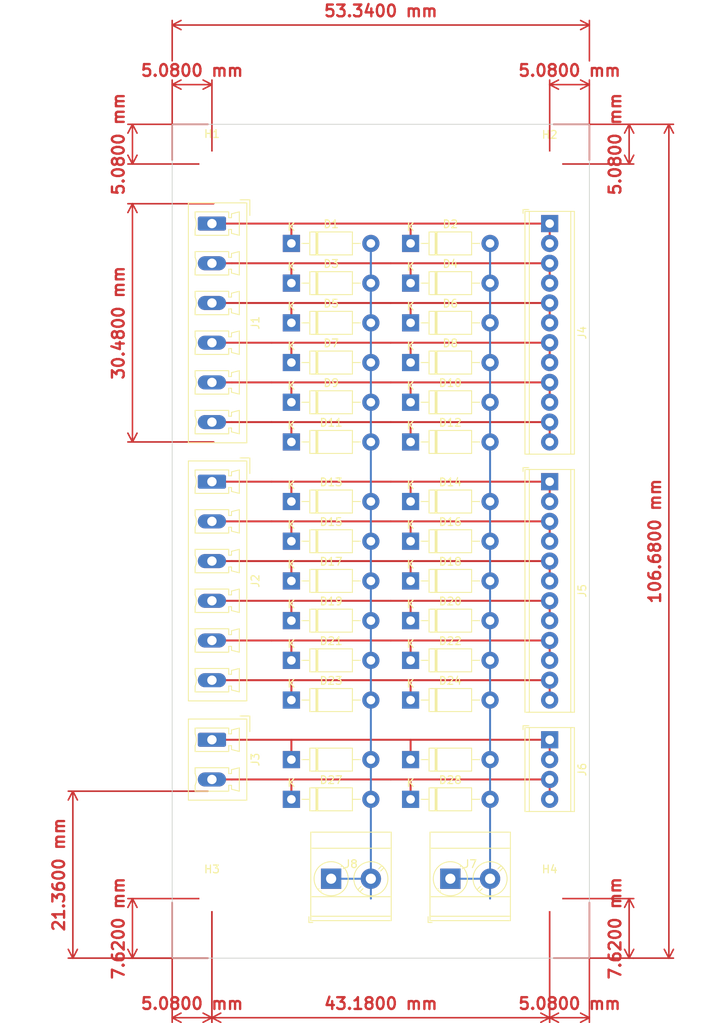
<source format=kicad_pcb>
(kicad_pcb (version 20221018) (generator pcbnew)
  (layers (0 "F.Cu" signal) (31 "B.Cu" signal) (34 "B.Paste" user) (35 "F.Paste" user) (36 "B.SilkS" user "B.Silkscreen") (37 "F.SilkS" user "F.Silkscreen") (38 "B.Mask" user) (39 "F.Mask" user) (44 "Edge.Cuts" user))
  (net 0 "")
  (net 1 "Net-(D1-K)")
  (net 2 "Net-(D1-A)")
  (net 3 "Net-(D3-K)")
  (net 4 "Net-(D5-K)")
  (net 5 "Net-(D7-K)")
  (net 6 "Net-(D19-K)")
  (net 7 "Net-(D10-K)")
  (net 8 "Net-(D11-K)")
  (net 9 "Net-(D13-K)")
  (net 10 "Net-(D15-K)")
  (net 11 "Net-(D17-K)")
  (net 12 "Net-(D10-A)")
  (net 13 "Net-(D21-K)")
  (net 14 "Net-(D23-K)")
  (net 15 "Net-(D25-K)")
  (net 16 "Net-(D27-K)")
  (footprint "Diode_THT:D_DO-41_SOD81_P10.16mm_Horizontal" (layer "F.Cu") (at 119.38 73.66)
    (fp_text reference "D9" (at 5.08 -2.47) (layer "F.SilkS"))
    (fp_text value "1N4007")
    (fp_text user "K" (at 0 -2.1) (layer "F.SilkS"))
    (pad "1" thru_hole rect (at 0 0) (size 2.2 2.2) (drill 1.1) (layers "*.Cu" "*.Mask") (net 7 "Net-(D10-K)"))
    (pad "2" thru_hole oval (at 10.16 0) (size 2.2 2.2) (drill 1.1) (layers "*.Cu" "*.Mask") (net 2 "Net-(D1-A)"))
  )
  (footprint "Diode_THT:D_DO-41_SOD81_P10.16mm_Horizontal" (layer "F.Cu") (at 134.62 53.34)
    (fp_text reference "D2" (at 5.08 -2.47) (layer "F.SilkS"))
    (fp_text value "1N4007")
    (fp_text user "K" (at 0 -2.1) (layer "F.SilkS"))
    (pad "1" thru_hole rect (at 0 0) (size 2.2 2.2) (drill 1.1) (layers "*.Cu" "*.Mask") (net 1 "Net-(D1-K)"))
    (pad "2" thru_hole oval (at 10.16 0) (size 2.2 2.2) (drill 1.1) (layers "*.Cu" "*.Mask") (net 12 "Net-(D10-A)"))
  )
  (footprint "Diode_THT:D_DO-41_SOD81_P10.16mm_Horizontal" (layer "F.Cu") (at 119.38 78.74)
    (fp_text reference "D11" (at 5.08 -2.47) (layer "F.SilkS"))
    (fp_text value "1N4007")
    (fp_text user "K" (at 0 -2.1) (layer "F.SilkS"))
    (pad "1" thru_hole rect (at 0 0) (size 2.2 2.2) (drill 1.1) (layers "*.Cu" "*.Mask") (net 8 "Net-(D11-K)"))
    (pad "2" thru_hole oval (at 10.16 0) (size 2.2 2.2) (drill 1.1) (layers "*.Cu" "*.Mask") (net 2 "Net-(D1-A)"))
  )
  (footprint "TerminalBlock_Phoenix:TerminalBlock_Phoenix_MPT-0,5-4-2.54_1x04_P2.54mm_Horizontal" (layer "F.Cu") (at 152.4 116.84 -90)
    (fp_text reference "J6" (at 3.81 -4.16 90) (layer "F.SilkS"))
    (fp_text value "Screw_Terminal_01x04")
    (pad "1" thru_hole rect (at 0 0 270) (size 2.2 2.2) (drill 1.1) (layers "*.Cu" "*.Mask") (net 15 "Net-(D25-K)"))
    (pad "2" thru_hole circle (at 2.54 0 270) (size 2.2 2.2) (drill 1.1) (layers "*.Cu" "*.Mask") (net 15 "Net-(D25-K)"))
    (pad "3" thru_hole circle (at 5.08 0 270) (size 2.2 2.2) (drill 1.1) (layers "*.Cu" "*.Mask") (net 16 "Net-(D27-K)"))
    (pad "4" thru_hole circle (at 7.62 0 270) (size 2.2 2.2) (drill 1.1) (layers "*.Cu" "*.Mask") (net 16 "Net-(D27-K)"))
  )
  (footprint "Diode_THT:D_DO-41_SOD81_P10.16mm_Horizontal" (layer "F.Cu") (at 134.62 91.44)
    (fp_text reference "D16" (at 5.08 -2.47) (layer "F.SilkS"))
    (fp_text value "1N4007")
    (fp_text user "K" (at 0 -2.1) (layer "F.SilkS"))
    (pad "1" thru_hole rect (at 0 0) (size 2.2 2.2) (drill 1.1) (layers "*.Cu" "*.Mask") (net 10 "Net-(D15-K)"))
    (pad "2" thru_hole oval (at 10.16 0) (size 2.2 2.2) (drill 1.1) (layers "*.Cu" "*.Mask") (net 12 "Net-(D10-A)"))
  )
  (footprint "TerminalBlock_Phoenix:TerminalBlock_Phoenix_MKDS-3-2-5.08_1x02_P5.08mm_Horizontal" (layer "F.Cu") (at 139.7 134.62)
    (fp_text reference "J7" (at 2.54 -1.88) (layer "F.SilkS"))
    (fp_text value "Screw_Terminal_01x02")
    (pad "1" thru_hole rect (at 0 0) (size 2.6 2.6) (drill 1.3) (layers "*.Cu" "*.Mask") (net 12 "Net-(D10-A)"))
    (pad "2" thru_hole circle (at 5.08 0) (size 2.6 2.6) (drill 1.3) (layers "*.Cu" "*.Mask") (net 12 "Net-(D10-A)"))
  )
  (footprint "Diode_THT:D_DO-41_SOD81_P10.16mm_Horizontal" (layer "F.Cu") (at 119.38 111.76)
    (fp_text reference "D23" (at 5.08 -2.47) (layer "F.SilkS"))
    (fp_text value "1N4007")
    (fp_text user "K" (at 0 -2.1) (layer "F.SilkS"))
    (pad "1" thru_hole rect (at 0 0) (size 2.2 2.2) (drill 1.1) (layers "*.Cu" "*.Mask") (net 14 "Net-(D23-K)"))
    (pad "2" thru_hole oval (at 10.16 0) (size 2.2 2.2) (drill 1.1) (layers "*.Cu" "*.Mask") (net 2 "Net-(D1-A)"))
  )
  (footprint "Diode_THT:D_DO-41_SOD81_P10.16mm_Horizontal" (layer "F.Cu") (at 134.62 124.46)
    (fp_text reference "D28" (at 5.08 -2.47) (layer "F.SilkS"))
    (fp_text value "1N4007")
    (fp_text user "K" (at 0 -2.1) (layer "F.SilkS"))
    (pad "1" thru_hole rect (at 0 0) (size 2.2 2.2) (drill 1.1) (layers "*.Cu" "*.Mask") (net 16 "Net-(D27-K)"))
    (pad "2" thru_hole oval (at 10.16 0) (size 2.2 2.2) (drill 1.1) (layers "*.Cu" "*.Mask") (net 12 "Net-(D10-A)"))
  )
  (footprint "MountingHole:MountingHole_3.2mm_M3_ISO14580" (layer "F.Cu") (at 152.4 137.16)
    (fp_text reference "H4" (at 0 -3.75) (layer "F.SilkS"))
    (fp_text value "MountingHole")
    (pad "" np_thru_hole circle (at 0 0) (size 3.2 3.2) (drill 3.2) (layers "*.Cu" "*.Mask"))
  )
  (footprint "Diode_THT:D_DO-41_SOD81_P10.16mm_Horizontal" (layer "F.Cu") (at 134.62 73.66)
    (fp_text reference "D10" (at 5.08 -2.47) (layer "F.SilkS"))
    (fp_text value "1N4007")
    (fp_text user "K" (at 0 -2.1) (layer "F.SilkS"))
    (pad "1" thru_hole rect (at 0 0) (size 2.2 2.2) (drill 1.1) (layers "*.Cu" "*.Mask") (net 7 "Net-(D10-K)"))
    (pad "2" thru_hole oval (at 10.16 0) (size 2.2 2.2) (drill 1.1) (layers "*.Cu" "*.Mask") (net 12 "Net-(D10-A)"))
  )
  (footprint "Diode_THT:D_DO-41_SOD81_P10.16mm_Horizontal" (layer "F.Cu") (at 134.62 119.38)
    (fp_text reference "D26" hide)
    (fp_text value "1N4007")
    (pad "1" thru_hole rect (at 0 0) (size 2.2 2.2) (drill 1.1) (layers "*.Cu" "*.Mask") (net 15 "Net-(D25-K)"))
    (pad "2" thru_hole oval (at 10.16 0) (size 2.2 2.2) (drill 1.1) (layers "*.Cu" "*.Mask") (net 12 "Net-(D10-A)"))
  )
  (footprint "Connector_Phoenix_MC_HighVoltage:PhoenixContact_MCV_1,5_2-G-5.08_1x02_P5.08mm_Vertical" (layer "F.Cu") (at 109.22 116.84 -90)
    (fp_text reference "J3" (at 2.54 -5.55 90) (layer "F.SilkS"))
    (fp_text value "Screw_Terminal_01x02")
    (pad "1" thru_hole roundrect (at 0 0 270) (size 1.8 3.6) (drill 1.2) (layers "*.Cu" "*.Mask") (roundrect_rratio 0.1388888889) (net 15 "Net-(D25-K)"))
    (pad "2" thru_hole oval (at 5.08 0 270) (size 1.8 3.6) (drill 1.2) (layers "*.Cu" "*.Mask") (net 16 "Net-(D27-K)"))
  )
  (footprint "Diode_THT:D_DO-41_SOD81_P10.16mm_Horizontal" (layer "F.Cu") (at 134.62 78.74)
    (fp_text reference "D12" (at 5.08 -2.47) (layer "F.SilkS"))
    (fp_text value "1N4007")
    (fp_text user "K" (at 0 -2.1) (layer "F.SilkS"))
    (pad "1" thru_hole rect (at 0 0) (size 2.2 2.2) (drill 1.1) (layers "*.Cu" "*.Mask") (net 8 "Net-(D11-K)"))
    (pad "2" thru_hole oval (at 10.16 0) (size 2.2 2.2) (drill 1.1) (layers "*.Cu" "*.Mask") (net 12 "Net-(D10-A)"))
  )
  (footprint "Diode_THT:D_DO-41_SOD81_P10.16mm_Horizontal" (layer "F.Cu") (at 134.62 96.52)
    (fp_text reference "D18" (at 5.08 -2.47) (layer "F.SilkS"))
    (fp_text value "1N4007")
    (fp_text user "K" (at 0 -2.1) (layer "F.SilkS"))
    (pad "1" thru_hole rect (at 0 0) (size 2.2 2.2) (drill 1.1) (layers "*.Cu" "*.Mask") (net 11 "Net-(D17-K)"))
    (pad "2" thru_hole oval (at 10.16 0) (size 2.2 2.2) (drill 1.1) (layers "*.Cu" "*.Mask") (net 12 "Net-(D10-A)"))
  )
  (footprint "Diode_THT:D_DO-41_SOD81_P10.16mm_Horizontal" (layer "F.Cu") (at 119.38 68.58)
    (fp_text reference "D7" (at 5.08 -2.47) (layer "F.SilkS"))
    (fp_text value "1N4007")
    (fp_text user "K" (at 0 -2.1) (layer "F.SilkS"))
    (pad "1" thru_hole rect (at 0 0) (size 2.2 2.2) (drill 1.1) (layers "*.Cu" "*.Mask") (net 5 "Net-(D7-K)"))
    (pad "2" thru_hole oval (at 10.16 0) (size 2.2 2.2) (drill 1.1) (layers "*.Cu" "*.Mask") (net 2 "Net-(D1-A)"))
  )
  (footprint "Diode_THT:D_DO-41_SOD81_P10.16mm_Horizontal" (layer "F.Cu") (at 119.38 101.6)
    (fp_text reference "D19" (at 5.08 -2.47) (layer "F.SilkS"))
    (fp_text value "1N4007")
    (fp_text user "K" (at 0 -2.1) (layer "F.SilkS"))
    (pad "1" thru_hole rect (at 0 0) (size 2.2 2.2) (drill 1.1) (layers "*.Cu" "*.Mask") (net 6 "Net-(D19-K)"))
    (pad "2" thru_hole oval (at 10.16 0) (size 2.2 2.2) (drill 1.1) (layers "*.Cu" "*.Mask") (net 2 "Net-(D1-A)"))
  )
  (footprint "MountingHole:MountingHole_3.2mm_M3_ISO7380" (layer "F.Cu") (at 109.22 43.18)
    (fp_text reference "H1" (at 0 -3.85) (layer "F.SilkS"))
    (fp_text value "MountingHole")
    (pad "" np_thru_hole circle (at 0 0) (size 3.2 3.2) (drill 3.2) (layers "*.Cu" "*.Mask"))
  )
  (footprint "Connector_Phoenix_MC_HighVoltage:PhoenixContact_MCV_1,5_6-G-5.08_1x06_P5.08mm_Vertical" (layer "F.Cu") (at 109.22 83.82 -90)
    (fp_text reference "J2" (at 12.7 -5.55 90) (layer "F.SilkS"))
    (fp_text value "Screw_Terminal_01x06")
    (pad "1" thru_hole roundrect (at 0 0 270) (size 1.8 3.6) (drill 1.2) (layers "*.Cu" "*.Mask") (roundrect_rratio 0.1388888889) (net 9 "Net-(D13-K)"))
    (pad "2" thru_hole oval (at 5.08 0 270) (size 1.8 3.6) (drill 1.2) (layers "*.Cu" "*.Mask") (net 10 "Net-(D15-K)"))
    (pad "3" thru_hole oval (at 10.16 0 270) (size 1.8 3.6) (drill 1.2) (layers "*.Cu" "*.Mask") (net 11 "Net-(D17-K)"))
    (pad "4" thru_hole oval (at 15.24 0 270) (size 1.8 3.6) (drill 1.2) (layers "*.Cu" "*.Mask") (net 6 "Net-(D19-K)"))
    (pad "5" thru_hole oval (at 20.32 0 270) (size 1.8 3.6) (drill 1.2) (layers "*.Cu" "*.Mask") (net 13 "Net-(D21-K)"))
    (pad "6" thru_hole oval (at 25.4 0 270) (size 1.8 3.6) (drill 1.2) (layers "*.Cu" "*.Mask") (net 14 "Net-(D23-K)"))
  )
  (footprint "TerminalBlock_Phoenix:TerminalBlock_Phoenix_MPT-0,5-12-2.54_1x12_P2.54mm_Horizontal" (layer "F.Cu") (at 152.4 83.82 -90)
    (fp_text reference "J5" (at 13.97 -4.16 90) (layer "F.SilkS"))
    (fp_text value "Screw_Terminal_01x12")
    (pad "1" thru_hole rect (at 0 0 270) (size 2.2 2.2) (drill 1.1) (layers "*.Cu" "*.Mask") (net 9 "Net-(D13-K)"))
    (pad "2" thru_hole circle (at 2.54 0 270) (size 2.2 2.2) (drill 1.1) (layers "*.Cu" "*.Mask") (net 9 "Net-(D13-K)"))
    (pad "3" thru_hole circle (at 5.08 0 270) (size 2.2 2.2) (drill 1.1) (layers "*.Cu" "*.Mask") (net 10 "Net-(D15-K)"))
    (pad "4" thru_hole circle (at 7.62 0 270) (size 2.2 2.2) (drill 1.1) (layers "*.Cu" "*.Mask") (net 10 "Net-(D15-K)"))
    (pad "5" thru_hole circle (at 10.16 0 270) (size 2.2 2.2) (drill 1.1) (layers "*.Cu" "*.Mask") (net 11 "Net-(D17-K)"))
    (pad "6" thru_hole circle (at 12.7 0 270) (size 2.2 2.2) (drill 1.1) (layers "*.Cu" "*.Mask") (net 11 "Net-(D17-K)"))
    (pad "7" thru_hole circle (at 15.24 0 270) (size 2.2 2.2) (drill 1.1) (layers "*.Cu" "*.Mask") (net 6 "Net-(D19-K)"))
    (pad "8" thru_hole circle (at 17.78 0 270) (size 2.2 2.2) (drill 1.1) (layers "*.Cu" "*.Mask") (net 6 "Net-(D19-K)"))
    (pad "9" thru_hole circle (at 20.32 0 270) (size 2.2 2.2) (drill 1.1) (layers "*.Cu" "*.Mask") (net 13 "Net-(D21-K)"))
    (pad "10" thru_hole circle (at 22.86 0 270) (size 2.2 2.2) (drill 1.1) (layers "*.Cu" "*.Mask") (net 13 "Net-(D21-K)"))
    (pad "11" thru_hole circle (at 25.4 0 270) (size 2.2 2.2) (drill 1.1) (layers "*.Cu" "*.Mask") (net 14 "Net-(D23-K)"))
    (pad "12" thru_hole circle (at 27.94 0 270) (size 2.2 2.2) (drill 1.1) (layers "*.Cu" "*.Mask") (net 14 "Net-(D23-K)"))
  )
  (footprint "Diode_THT:D_DO-41_SOD81_P10.16mm_Horizontal" (layer "F.Cu") (at 134.62 86.36)
    (fp_text reference "D14" (at 5.08 -2.47) (layer "F.SilkS"))
    (fp_text value "1N4007")
    (fp_text user "K" (at 0 -2.1) (layer "F.SilkS"))
    (pad "1" thru_hole rect (at 0 0) (size 2.2 2.2) (drill 1.1) (layers "*.Cu" "*.Mask") (net 9 "Net-(D13-K)"))
    (pad "2" thru_hole oval (at 10.16 0) (size 2.2 2.2) (drill 1.1) (layers "*.Cu" "*.Mask") (net 12 "Net-(D10-A)"))
  )
  (footprint "Connector_Phoenix_MC_HighVoltage:PhoenixContact_MCV_1,5_6-G-5.08_1x06_P5.08mm_Vertical" (layer "F.Cu") (at 109.22 50.8 -90)
    (fp_text reference "J1" (at 12.7 -5.55 90) (layer "F.SilkS"))
    (fp_text value "Screw_Terminal_01x06")
    (pad "1" thru_hole roundrect (at 0 0 270) (size 1.8 3.6) (drill 1.2) (layers "*.Cu" "*.Mask") (roundrect_rratio 0.1388888889) (net 1 "Net-(D1-K)"))
    (pad "2" thru_hole oval (at 5.08 0 270) (size 1.8 3.6) (drill 1.2) (layers "*.Cu" "*.Mask") (net 3 "Net-(D3-K)"))
    (pad "3" thru_hole oval (at 10.16 0 270) (size 1.8 3.6) (drill 1.2) (layers "*.Cu" "*.Mask") (net 4 "Net-(D5-K)"))
    (pad "4" thru_hole oval (at 15.24 0 270) (size 1.8 3.6) (drill 1.2) (layers "*.Cu" "*.Mask") (net 5 "Net-(D7-K)"))
    (pad "5" thru_hole oval (at 20.32 0 270) (size 1.8 3.6) (drill 1.2) (layers "*.Cu" "*.Mask") (net 7 "Net-(D10-K)"))
    (pad "6" thru_hole oval (at 25.4 0 270) (size 1.8 3.6) (drill 1.2) (layers "*.Cu" "*.Mask") (net 8 "Net-(D11-K)"))
  )
  (footprint "TerminalBlock_Phoenix:TerminalBlock_Phoenix_MPT-0,5-12-2.54_1x12_P2.54mm_Horizontal" (layer "F.Cu") (at 152.4 50.8 -90)
    (fp_text reference "J4" (at 13.97 -4.16 90) (layer "F.SilkS"))
    (fp_text value "Screw_Terminal_01x12")
    (pad "1" thru_hole rect (at 0 0 270) (size 2.2 2.2) (drill 1.1) (layers "*.Cu" "*.Mask") (net 1 "Net-(D1-K)"))
    (pad "2" thru_hole circle (at 2.54 0 270) (size 2.2 2.2) (drill 1.1) (layers "*.Cu" "*.Mask") (net 1 "Net-(D1-K)"))
    (pad "3" thru_hole circle (at 5.08 0 270) (size 2.2 2.2) (drill 1.1) (layers "*.Cu" "*.Mask") (net 3 "Net-(D3-K)"))
    (pad "4" thru_hole circle (at 7.62 0 270) (size 2.2 2.2) (drill 1.1) (layers "*.Cu" "*.Mask") (net 3 "Net-(D3-K)"))
    (pad "5" thru_hole circle (at 10.16 0 270) (size 2.2 2.2) (drill 1.1) (layers "*.Cu" "*.Mask") (net 4 "Net-(D5-K)"))
    (pad "6" thru_hole circle (at 12.7 0 270) (size 2.2 2.2) (drill 1.1) (layers "*.Cu" "*.Mask") (net 4 "Net-(D5-K)"))
    (pad "7" thru_hole circle (at 15.24 0 270) (size 2.2 2.2) (drill 1.1) (layers "*.Cu" "*.Mask") (net 5 "Net-(D7-K)"))
    (pad "8" thru_hole circle (at 17.78 0 270) (size 2.2 2.2) (drill 1.1) (layers "*.Cu" "*.Mask") (net 5 "Net-(D7-K)"))
    (pad "9" thru_hole circle (at 20.32 0 270) (size 2.2 2.2) (drill 1.1) (layers "*.Cu" "*.Mask") (net 7 "Net-(D10-K)"))
    (pad "10" thru_hole circle (at 22.86 0 270) (size 2.2 2.2) (drill 1.1) (layers "*.Cu" "*.Mask") (net 7 "Net-(D10-K)"))
    (pad "11" thru_hole circle (at 25.4 0 270) (size 2.2 2.2) (drill 1.1) (layers "*.Cu" "*.Mask") (net 8 "Net-(D11-K)"))
    (pad "12" thru_hole circle (at 27.94 0 270) (size 2.2 2.2) (drill 1.1) (layers "*.Cu" "*.Mask") (net 8 "Net-(D11-K)"))
  )
  (footprint "Diode_THT:D_DO-41_SOD81_P10.16mm_Horizontal" (layer "F.Cu") (at 134.62 63.5)
    (fp_text reference "D6" (at 5.08 -2.47) (layer "F.SilkS"))
    (fp_text value "1N4007")
    (fp_text user "K" (at 0 -2.1) (layer "F.SilkS"))
    (pad "1" thru_hole rect (at 0 0) (size 2.2 2.2) (drill 1.1) (layers "*.Cu" "*.Mask") (net 4 "Net-(D5-K)"))
    (pad "2" thru_hole oval (at 10.16 0) (size 2.2 2.2) (drill 1.1) (layers "*.Cu" "*.Mask") (net 12 "Net-(D10-A)"))
  )
  (footprint "Diode_THT:D_DO-41_SOD81_P10.16mm_Horizontal" (layer "F.Cu") (at 119.38 124.46)
    (fp_text reference "D27" (at 5.08 -2.47) (layer "F.SilkS"))
    (fp_text value "1N4007")
    (fp_text user "K" (at 0 -2.1) (layer "F.SilkS"))
    (pad "1" thru_hole rect (at 0 0) (size 2.2 2.2) (drill 1.1) (layers "*.Cu" "*.Mask") (net 16 "Net-(D27-K)"))
    (pad "2" thru_hole oval (at 10.16 0) (size 2.2 2.2) (drill 1.1) (layers "*.Cu" "*.Mask") (net 2 "Net-(D1-A)"))
  )
  (footprint "Diode_THT:D_DO-41_SOD81_P10.16mm_Horizontal" (layer "F.Cu") (at 119.38 86.36)
    (fp_text reference "D13" (at 5.08 -2.47) (layer "F.SilkS"))
    (fp_text value "1N4007")
    (fp_text user "K" (at 0 -2.1) (layer "F.SilkS"))
    (pad "1" thru_hole rect (at 0 0) (size 2.2 2.2) (drill 1.1) (layers "*.Cu" "*.Mask") (net 9 "Net-(D13-K)"))
    (pad "2" thru_hole oval (at 10.16 0) (size 2.2 2.2) (drill 1.1) (layers "*.Cu" "*.Mask") (net 2 "Net-(D1-A)"))
  )
  (footprint "Diode_THT:D_DO-41_SOD81_P10.16mm_Horizontal" (layer "F.Cu") (at 119.38 119.38)
    (fp_text reference "D25" hide)
    (fp_text value "1N4007")
    (pad "1" thru_hole rect (at 0 0) (size 2.2 2.2) (drill 1.1) (layers "*.Cu" "*.Mask") (net 15 "Net-(D25-K)"))
    (pad "2" thru_hole oval (at 10.16 0) (size 2.2 2.2) (drill 1.1) (layers "*.Cu" "*.Mask") (net 2 "Net-(D1-A)"))
  )
  (footprint "Diode_THT:D_DO-41_SOD81_P10.16mm_Horizontal" (layer "F.Cu") (at 134.62 101.6)
    (fp_text reference "D20" (at 5.08 -2.47) (layer "F.SilkS"))
    (fp_text value "1N4007")
    (fp_text user "K" (at 0 -2.1) (layer "F.SilkS"))
    (pad "1" thru_hole rect (at 0 0) (size 2.2 2.2) (drill 1.1) (layers "*.Cu" "*.Mask") (net 6 "Net-(D19-K)"))
    (pad "2" thru_hole oval (at 10.16 0) (size 2.2 2.2) (drill 1.1) (layers "*.Cu" "*.Mask") (net 12 "Net-(D10-A)"))
  )
  (footprint "TerminalBlock_Phoenix:TerminalBlock_Phoenix_MKDS-3-2-5.08_1x02_P5.08mm_Horizontal" (layer "F.Cu") (at 124.46 134.62)
    (fp_text reference "J8" (at 2.54 -1.88) (layer "F.SilkS"))
    (fp_text value "Screw_Terminal_01x02")
    (pad "1" thru_hole rect (at 0 0) (size 2.6 2.6) (drill 1.3) (layers "*.Cu" "*.Mask") (net 2 "Net-(D1-A)"))
    (pad "2" thru_hole circle (at 5.08 0) (size 2.6 2.6) (drill 1.3) (layers "*.Cu" "*.Mask") (net 2 "Net-(D1-A)"))
  )
  (footprint "MountingHole:MountingHole_3.2mm_M3_ISO14580" (layer "F.Cu") (at 152.4 43.18)
    (fp_text reference "H2" (at 0 -3.75) (layer "F.SilkS"))
    (fp_text value "MountingHole")
    (pad "" np_thru_hole circle (at 0 0) (size 3.2 3.2) (drill 3.2) (layers "*.Cu" "*.Mask"))
  )
  (footprint "Diode_THT:D_DO-41_SOD81_P10.16mm_Horizontal" (layer "F.Cu") (at 119.38 53.34)
    (fp_text reference "D1" (at 5.08 -2.47) (layer "F.SilkS"))
    (fp_text value "1N4007")
    (fp_text user "K" (at 0 -2.1) (layer "F.SilkS"))
    (pad "1" thru_hole rect (at 0 0) (size 2.2 2.2) (drill 1.1) (layers "*.Cu" "*.Mask") (net 1 "Net-(D1-K)"))
    (pad "2" thru_hole oval (at 10.16 0) (size 2.2 2.2) (drill 1.1) (layers "*.Cu" "*.Mask") (net 2 "Net-(D1-A)"))
  )
  (footprint "Diode_THT:D_DO-41_SOD81_P10.16mm_Horizontal" (layer "F.Cu") (at 134.62 58.42)
    (fp_text reference "D4" (at 5.08 -2.47) (layer "F.SilkS"))
    (fp_text value "1N4007")
    (fp_text user "K" (at 0 -2.1) (layer "F.SilkS"))
    (pad "1" thru_hole rect (at 0 0) (size 2.2 2.2) (drill 1.1) (layers "*.Cu" "*.Mask") (net 3 "Net-(D3-K)"))
    (pad "2" thru_hole oval (at 10.16 0) (size 2.2 2.2) (drill 1.1) (layers "*.Cu" "*.Mask") (net 12 "Net-(D10-A)"))
  )
  (footprint "Diode_THT:D_DO-41_SOD81_P10.16mm_Horizontal" (layer "F.Cu") (at 119.38 106.68)
    (fp_text reference "D21" (at 5.08 -2.47) (layer "F.SilkS"))
    (fp_text value "1N4007")
    (fp_text user "K" (at 0 -2.1) (layer "F.SilkS"))
    (pad "1" thru_hole rect (at 0 0) (size 2.2 2.2) (drill 1.1) (layers "*.Cu" "*.Mask") (net 13 "Net-(D21-K)"))
    (pad "2" thru_hole oval (at 10.16 0) (size 2.2 2.2) (drill 1.1) (layers "*.Cu" "*.Mask") (net 2 "Net-(D1-A)"))
  )
  (footprint "Diode_THT:D_DO-41_SOD81_P10.16mm_Horizontal" (layer "F.Cu") (at 119.38 63.5)
    (fp_text reference "D5" (at 5.08 -2.47) (layer "F.SilkS"))
    (fp_text value "1N4007")
    (fp_text user "K" (at 0 -2.1) (layer "F.SilkS"))
    (pad "1" thru_hole rect (at 0 0) (size 2.2 2.2) (drill 1.1) (layers "*.Cu" "*.Mask") (net 4 "Net-(D5-K)"))
    (pad "2" thru_hole oval (at 10.16 0) (size 2.2 2.2) (drill 1.1) (layers "*.Cu" "*.Mask") (net 2 "Net-(D1-A)"))
  )
  (footprint "Diode_THT:D_DO-41_SOD81_P10.16mm_Horizontal" (layer "F.Cu") (at 134.62 111.76)
    (fp_text reference "D24" (at 5.08 -2.47) (layer "F.SilkS"))
    (fp_text value "1N4007")
    (fp_text user "K" (at 0 -2.1) (layer "F.SilkS"))
    (pad "1" thru_hole rect (at 0 0) (size 2.2 2.2) (drill 1.1) (layers "*.Cu" "*.Mask") (net 14 "Net-(D23-K)"))
    (pad "2" thru_hole oval (at 10.16 0) (size 2.2 2.2) (drill 1.1) (layers "*.Cu" "*.Mask") (net 12 "Net-(D10-A)"))
  )
  (footprint "Diode_THT:D_DO-41_SOD81_P10.16mm_Horizontal" (layer "F.Cu") (at 134.62 68.58)
    (fp_text reference "D8" (at 5.08 -2.47) (layer "F.SilkS"))
    (fp_text value "1N4007")
    (fp_text user "K" (at 0 -2.1) (layer "F.SilkS"))
    (pad "1" thru_hole rect (at 0 0) (size 2.2 2.2) (drill 1.1) (layers "*.Cu" "*.Mask") (net 5 "Net-(D7-K)"))
    (pad "2" thru_hole oval (at 10.16 0) (size 2.2 2.2) (drill 1.1) (layers "*.Cu" "*.Mask") (net 12 "Net-(D10-A)"))
  )
  (footprint "Diode_THT:D_DO-41_SOD81_P10.16mm_Horizontal" (layer "F.Cu") (at 119.38 91.44)
    (fp_text reference "D15" (at 5.08 -2.47) (layer "F.SilkS"))
    (fp_text value "1N4007")
    (fp_text user "K" (at 0 -2.1) (layer "F.SilkS"))
    (pad "1" thru_hole rect (at 0 0) (size 2.2 2.2) (drill 1.1) (layers "*.Cu" "*.Mask") (net 10 "Net-(D15-K)"))
    (pad "2" thru_hole oval (at 10.16 0) (size 2.2 2.2) (drill 1.1) (layers "*.Cu" "*.Mask") (net 2 "Net-(D1-A)"))
  )
  (footprint "Diode_THT:D_DO-41_SOD81_P10.16mm_Horizontal" (layer "F.Cu") (at 119.38 96.52)
    (fp_text reference "D17" (at 5.08 -2.47) (layer "F.SilkS"))
    (fp_text value "1N4007")
    (fp_text user "K" (at 0 -2.1) (layer "F.SilkS"))
    (pad "1" thru_hole rect (at 0 0) (size 2.2 2.2) (drill 1.1) (layers "*.Cu" "*.Mask") (net 11 "Net-(D17-K)"))
    (pad "2" thru_hole oval (at 10.16 0) (size 2.2 2.2) (drill 1.1) (layers "*.Cu" "*.Mask") (net 2 "Net-(D1-A)"))
  )
  (footprint "Diode_THT:D_DO-41_SOD81_P10.16mm_Horizontal" (layer "F.Cu") (at 134.62 106.68)
    (fp_text reference "D22" (at 5.08 -2.47) (layer "F.SilkS"))
    (fp_text value "1N4007")
    (fp_text user "K" (at 0 -2.1) (layer "F.SilkS"))
    (pad "1" thru_hole rect (at 0 0) (size 2.2 2.2) (drill 1.1) (layers "*.Cu" "*.Mask") (net 13 "Net-(D21-K)"))
    (pad "2" thru_hole oval (at 10.16 0) (size 2.2 2.2) (drill 1.1) (layers "*.Cu" "*.Mask") (net 12 "Net-(D10-A)"))
  )
  (footprint "MountingHole:MountingHole_3.2mm_M3_ISO14580" (layer "F.Cu") (at 109.22 137.16)
    (fp_text reference "H3" (at 0 -3.75) (layer "F.SilkS"))
    (fp_text value "MountingHole")
    (pad "" np_thru_hole circle (at 0 0) (size 3.2 3.2) (drill 3.2) (layers "*.Cu" "*.Mask"))
  )
  (footprint "Diode_THT:D_DO-41_SOD81_P10.16mm_Horizontal" (layer "F.Cu") (at 119.38 58.42)
    (fp_text reference "D3" (at 5.08 -2.47) (layer "F.SilkS"))
    (fp_text value "1N4007")
    (fp_text user "K" (at 0 -2.1) (layer "F.SilkS"))
    (pad "1" thru_hole rect (at 0 0) (size 2.2 2.2) (drill 1.1) (layers "*.Cu" "*.Mask") (net 3 "Net-(D3-K)"))
    (pad "2" thru_hole oval (at 10.16 0) (size 2.2 2.2) (drill 1.1) (layers "*.Cu" "*.Mask") (net 2 "Net-(D1-A)"))
  )
  (gr_rect (start 104.14 38.1) (end 157.48 144.78) (stroke (width 0.1)) (fill none) (layer "Edge.Cuts"))
  (dimension (type aligned) (layer "F.Cu") (pts (xy 109.22 43.18) (xy 104.14 43.18)) (height 10.16) (gr_text "200.0000 mils" (at 106.68 31.22) (layer "F.Cu") (effects (font (size 1.5 1.5) (thickness 0.3)))) (format (prefix "") (suffix "") (units 3) (units_format 1) (precision 4)) (style (thickness 0.2) (arrow_length 1.27) (text_position_mode 0) (extension_height 0.58642) (extension_offset 0.5) keep_text_aligned))
  (dimension (type aligned) (layer "F.Cu") (pts (xy 109.22 137.16) (xy 104.14 137.16)) (height -15.239999) (gr_text "200.0000 mils" (at 106.68 150.599999) (layer "F.Cu") (effects (font (size 1.5 1.5) (thickness 0.3)))) (format (prefix "") (suffix "") (units 3) (units_format 1) (precision 4)) (style (thickness 0.2) (arrow_length 1.27) (text_position_mode 0) (extension_height 0.58642) (extension_offset 0.5) keep_text_aligned))
  (dimension (type aligned) (layer "F.Cu") (pts (xy 104.14 30.48) (xy 157.48 30.48)) (height -5.08) (gr_text "2100.0000 mils" (at 130.81 23.6) (layer "F.Cu") (effects (font (size 1.5 1.5) (thickness 0.3)))) (format (prefix "") (suffix "") (units 3) (units_format 1) (precision 4)) (style (thickness 0.2) (arrow_length 1.27) (text_position_mode 0) (extension_height 0.58642) (extension_offset 0.5) keep_text_aligned))
  (dimension (type aligned) (layer "F.Cu") (pts (xy 109.945 48.26) (xy 109.945 78.74)) (height 10.885) (gr_text "1200.0000 mils" (at 97.26 63.5 90) (layer "F.Cu") (effects (font (size 1.5 1.5) (thickness 0.3)))) (format (prefix "") (suffix "") (units 3) (units_format 1) (precision 4)) (style (thickness 0.2) (arrow_length 1.27) (text_position_mode 0) (extension_height 0.58642) (extension_offset 0.5) keep_text_aligned))
  (dimension (type aligned) (layer "F.Cu") (pts (xy 152.4 43.18) (xy 152.4 38.1)) (height 10.16) (gr_text "200.0000 mils" (at 160.76 40.64 90) (layer "F.Cu") (effects (font (size 1.5 1.5) (thickness 0.3)))) (format (prefix "") (suffix "") (units 3) (units_format 1) (precision 4)) (style (thickness 0.2) (arrow_length 1.27) (text_position_mode 0) (extension_height 0.58642) (extension_offset 0.5) keep_text_aligned))
  (dimension (type aligned) (layer "F.Cu") (pts (xy 162.56 144.78) (xy 162.56 38.1)) (height 5.08) (gr_text "4200.0000 mils" (at 165.84 91.44 90) (layer "F.Cu") (effects (font (size 1.5 1.5) (thickness 0.3)))) (format (prefix "") (suffix "") (units 3) (units_format 1) (precision 4)) (style (thickness 0.2) (arrow_length 1.27) (text_position_mode 0) (extension_height 0.58642) (extension_offset 0.5) keep_text_aligned))
  (dimension (type aligned) (layer "F.Cu") (pts (xy 109.22 137.16) (xy 109.22 144.78)) (height 10.16) (gr_text "300.0000 mils" (at 97.26 140.97 90) (layer "F.Cu") (effects (font (size 1.5 1.5) (thickness 0.3)))) (format (prefix "") (suffix "") (units 3) (units_format 1) (precision 4)) (style (thickness 0.2) (arrow_length 1.27) (text_position_mode 0) (extension_height 0.58642) (extension_offset 0.5) keep_text_aligned))
  (dimension (type aligned) (layer "F.Cu") (pts (xy 109.22 123.42) (xy 109.22 144.78)) (height 17.78) (gr_text "840.9449 mils" (at 89.64 134.1 90) (layer "F.Cu") (effects (font (size 1.5 1.5) (thickness 0.3)))) (format (prefix "") (suffix "") (units 3) (units_format 1) (precision 4)) (style (thickness 0.2) (arrow_length 1.27) (text_position_mode 0) (extension_height 0.58642) (extension_offset 0.5) keep_text_aligned))
  (dimension (type aligned) (layer "F.Cu") (pts (xy 109.22 43.18) (xy 109.22 38.1)) (height -10.16) (gr_text "200.0000 mils" (at 97.26 40.64 90) (layer "F.Cu") (effects (font (size 1.5 1.5) (thickness 0.3)))) (format (prefix "") (suffix "") (units 3) (units_format 1) (precision 4)) (style (thickness 0.2) (arrow_length 1.27) (text_position_mode 0) (extension_height 0.58642) (extension_offset 0.5) keep_text_aligned))
  (dimension (type aligned) (layer "F.Cu") (pts (xy 109.22 137.16) (xy 152.4 137.16)) (height 15.24) (gr_text "1700.0000 mils" (at 130.81 150.6) (layer "F.Cu") (effects (font (size 1.5 1.5) (thickness 0.3)))) (format (prefix "") (suffix "") (units 3) (units_format 1) (precision 4)) (style (thickness 0.2) (arrow_length 1.27) (text_position_mode 0) (extension_height 0.58642) (extension_offset 0.5) keep_text_aligned))
  (dimension (type aligned) (layer "F.Cu") (pts (xy 152.4 43.18) (xy 157.48 43.18)) (height -10.16) (gr_text "200.0000 mils" (at 154.94 31.22) (layer "F.Cu") (effects (font (size 1.5 1.5) (thickness 0.3)))) (format (prefix "") (suffix "") (units 3) (units_format 1) (precision 4)) (style (thickness 0.2) (arrow_length 1.27) (text_position_mode 0) (extension_height 0.58642) (extension_offset 0.5) keep_text_aligned))
  (dimension (type aligned) (layer "F.Cu") (pts (xy 152.4 137.16) (xy 157.48 137.16)) (height 15.24) (gr_text "200.0000 mils" (at 154.94 150.6) (layer "F.Cu") (effects (font (size 1.5 1.5) (thickness 0.3)))) (format (prefix "") (suffix "") (units 3) (units_format 1) (precision 4)) (style (thickness 0.2) (arrow_length 1.27) (text_position_mode 0) (extension_height 0.58642) (extension_offset 0.5) keep_text_aligned))
  (dimension (type aligned) (layer "F.Cu") (pts (xy 152.4 137.16) (xy 152.4 144.78)) (height -10.16) (gr_text "300.0000 mils" (at 160.76 140.97 90) (layer "F.Cu") (effects (font (size 1.5 1.5) (thickness 0.3)))) (format (prefix "") (suffix "") (units 3) (units_format 1) (precision 4)) (style (thickness 0.2) (arrow_length 1.27) (text_position_mode 0) (extension_height 0.58642) (extension_offset 0.5) keep_text_aligned))
  (segment (start 119.38 53.34) (end 119.38 50.8) (width 0.25) (layer "F.Cu") (net 1))
  (segment (start 109.22 50.8) (end 119.38 50.8) (width 0.25) (layer "F.Cu") (net 1))
  (segment (start 152.4 53.34) (end 152.4 50.8) (width 0.25) (layer "F.Cu") (net 1))
  (segment (start 152.4 50.8) (end 119.38 50.8) (width 0.25) (layer "F.Cu") (net 1))
  (segment (start 134.62 53.34) (end 134.62 50.8) (width 0.25) (layer "F.Cu") (net 1))
  (segment (start 129.54 53.34) (end 129.54 63.5) (width 0.25) (layer "B.Cu") (net 2))
  (segment (start 129.54 137.16) (end 129.54 53.34) (width 0.25) (layer "B.Cu") (net 2))
  (segment (start 129.54 134.62) (end 124.46 134.62) (width 0.25) (layer "B.Cu") (net 2))
  (segment (start 109.22 55.88) (end 111.76 55.88) (width 0.25) (layer "F.Cu") (net 3))
  (segment (start 152.4 55.88) (end 152.4 58.42) (width 0.25) (layer "F.Cu") (net 3))
  (segment (start 119.38 58.42) (end 119.38 55.88) (width 0.25) (layer "F.Cu") (net 3))
  (segment (start 134.62 58.42) (end 134.62 55.88) (width 0.25) (layer "F.Cu") (net 3))
  (segment (start 134.62 55.88) (end 152.4 55.88) (width 0.25) (layer "F.Cu") (net 3))
  (segment (start 111.76 55.88) (end 132.08 55.88) (width 0.25) (layer "F.Cu") (net 3))
  (segment (start 132.08 55.88) (end 134.62 55.88) (width 0.25) (layer "F.Cu") (net 3))
  (segment (start 132.08 60.96) (end 152.4 60.96) (width 0.25) (layer "F.Cu") (net 4))
  (segment (start 134.62 63.5) (end 134.62 60.96) (width 0.25) (layer "F.Cu") (net 4))
  (segment (start 119.38 60.96) (end 132.08 60.96) (width 0.25) (layer "F.Cu") (net 4))
  (segment (start 119.38 63.5) (end 119.38 60.96) (width 0.25) (layer "F.Cu") (net 4))
  (segment (start 109.22 60.96) (end 119.38 60.96) (width 0.25) (layer "F.Cu") (net 4))
  (segment (start 152.4 60.96) (end 152.4 63.5) (width 0.25) (layer "F.Cu") (net 4))
  (segment (start 119.38 66.04) (end 132.08 66.04) (width 0.25) (layer "F.Cu") (net 5))
  (segment (start 132.08 66.04) (end 134.62 66.04) (width 0.25) (layer "F.Cu") (net 5))
  (segment (start 119.38 68.58) (end 119.38 66.04) (width 0.25) (layer "F.Cu") (net 5))
  (segment (start 109.22 66.04) (end 116.84 66.04) (width 0.25) (layer "F.Cu") (net 5))
  (segment (start 134.62 68.58) (end 134.62 66.04) (width 0.25) (layer "F.Cu") (net 5))
  (segment (start 134.62 66.04) (end 152.4 66.04) (width 0.25) (layer "F.Cu") (net 5))
  (segment (start 116.84 66.04) (end 119.38 66.04) (width 0.25) (layer "F.Cu") (net 5))
  (segment (start 152.4 66.04) (end 152.4 68.58) (width 0.25) (layer "F.Cu") (net 5))
  (segment (start 119.38 101.6) (end 119.38 99.06) (width 0.25) (layer "F.Cu") (net 6))
  (segment (start 109.22 99.06) (end 119.38 99.06) (width 0.25) (layer "F.Cu") (net 6))
  (segment (start 134.62 99.06) (end 152.4 99.06) (width 0.25) (layer "F.Cu") (net 6))
  (segment (start 152.4 99.06) (end 152.4 101.6) (width 0.25) (layer "F.Cu") (net 6))
  (segment (start 119.38 99.06) (end 132.08 99.06) (width 0.25) (layer "F.Cu") (net 6))
  (segment (start 134.62 101.6) (end 134.62 99.06) (width 0.25) (layer "F.Cu") (net 6))
  (segment (start 132.08 99.06) (end 134.62 99.06) (width 0.25) (layer "F.Cu") (net 6))
  (segment (start 152.4 71.12) (end 152.4 73.66) (width 0.25) (layer "F.Cu") (net 7))
  (segment (start 119.38 71.12) (end 132.08 71.12) (width 0.25) (layer "F.Cu") (net 7))
  (segment (start 116.84 71.12) (end 119.38 71.12) (width 0.25) (layer "F.Cu") (net 7))
  (segment (start 132.08 71.12) (end 152.4 71.12) (width 0.25) (layer "F.Cu") (net 7))
  (segment (start 111.76 71.12) (end 116.84 71.12) (width 0.25) (layer "F.Cu") (net 7))
  (segment (start 119.38 73.66) (end 119.38 71.12) (width 0.25) (layer "F.Cu") (net 7))
  (segment (start 134.62 71.12) (end 134.62 73.66) (width 0.25) (layer "F.Cu") (net 7))
  (segment (start 109.22 71.12) (end 111.76 71.12) (width 0.25) (layer "F.Cu") (net 7))
  (segment (start 132.08 76.2) (end 152.4 76.2) (width 0.25) (layer "F.Cu") (net 8))
  (segment (start 109.22 76.2) (end 111.76 76.2) (width 0.25) (layer "F.Cu") (net 8))
  (segment (start 119.38 78.74) (end 119.38 76.2) (width 0.25) (layer "F.Cu") (net 8))
  (segment (start 119.38 76.2) (end 132.08 76.2) (width 0.25) (layer "F.Cu") (net 8))
  (segment (start 134.62 78.74) (end 134.62 76.2) (width 0.25) (layer "F.Cu") (net 8))
  (segment (start 111.76 76.2) (end 116.84 76.2) (width 0.25) (layer "F.Cu") (net 8))
  (segment (start 116.84 76.2) (end 119.38 76.2) (width 0.25) (layer "F.Cu") (net 8))
  (segment (start 152.4 76.2) (end 152.4 78.74) (width 0.25) (layer "F.Cu") (net 8))
  (segment (start 132.08 83.82) (end 134.62 83.82) (width 0.25) (layer "F.Cu") (net 9))
  (segment (start 119.38 83.82) (end 132.08 83.82) (width 0.25) (layer "F.Cu") (net 9))
  (segment (start 152.4 83.82) (end 152.4 86.36) (width 0.25) (layer "F.Cu") (net 9))
  (segment (start 134.62 83.82) (end 152.4 83.82) (width 0.25) (layer "F.Cu") (net 9))
  (segment (start 116.84 83.82) (end 119.38 83.82) (width 0.25) (layer "F.Cu") (net 9))
  (segment (start 109.22 83.82) (end 116.84 83.82) (width 0.25) (layer "F.Cu") (net 9))
  (segment (start 134.62 86.36) (end 134.62 83.82) (width 0.25) (layer "F.Cu") (net 9))
  (segment (start 119.38 86.36) (end 119.38 83.82) (width 0.25) (layer "F.Cu") (net 9))
  (segment (start 116.84 88.9) (end 119.38 88.9) (width 0.25) (layer "F.Cu") (net 10))
  (segment (start 132.08 88.9) (end 152.4 88.9) (width 0.25) (layer "F.Cu") (net 10))
  (segment (start 134.62 91.44) (end 134.62 88.9) (width 0.25) (layer "F.Cu") (net 10))
  (segment (start 109.22 88.9) (end 116.84 88.9) (width 0.25) (layer "F.Cu") (net 10))
  (segment (start 119.38 91.44) (end 119.38 88.9) (width 0.25) (layer "F.Cu") (net 10))
  (segment (start 119.38 88.9) (end 132.08 88.9) (width 0.25) (layer "F.Cu") (net 10))
  (segment (start 152.4 88.9) (end 152.4 91.44) (width 0.25) (layer "F.Cu") (net 10))
  (segment (start 152.4 93.98) (end 152.4 96.52) (width 0.25) (layer "F.Cu") (net 11))
  (segment (start 134.62 96.52) (end 134.62 93.98) (width 0.25) (layer "F.Cu") (net 11))
  (segment (start 119.38 96.52) (end 119.38 93.98) (width 0.25) (layer "F.Cu") (net 11))
  (segment (start 111.76 93.98) (end 152.4 93.98) (width 0.25) (layer "F.Cu") (net 11))
  (segment (start 109.22 93.98) (end 111.76 93.98) (width 0.25) (layer "F.Cu") (net 11))
  (segment (start 144.78 53.34) (end 144.78 63.5) (width 0.25) (layer "B.Cu") (net 12))
  (segment (start 144.78 134.62) (end 139.7 134.62) (width 0.25) (layer "B.Cu") (net 12))
  (segment (start 144.78 137.16) (end 144.78 53.34) (width 0.25) (layer "B.Cu") (net 12))
  (segment (start 152.4 104.14) (end 152.4 106.68) (width 0.25) (layer "F.Cu") (net 13))
  (segment (start 134.62 106.68) (end 134.62 104.14) (width 0.25) (layer "F.Cu") (net 13))
  (segment (start 116.84 104.14) (end 119.38 104.14) (width 0.25) (layer "F.Cu") (net 13))
  (segment (start 132.08 104.14) (end 134.62 104.14) (width 0.25) (layer "F.Cu") (net 13))
  (segment (start 119.38 104.14) (end 132.08 104.14) (width 0.25) (layer "F.Cu") (net 13))
  (segment (start 134.62 104.14) (end 152.4 104.14) (width 0.25) (layer "F.Cu") (net 13))
  (segment (start 119.38 106.68) (end 119.38 104.14) (width 0.25) (layer "F.Cu") (net 13))
  (segment (start 109.22 104.14) (end 116.84 104.14) (width 0.25) (layer "F.Cu") (net 13))
  (segment (start 119.38 111.76) (end 119.38 109.22) (width 0.25) (layer "F.Cu") (net 14))
  (segment (start 152.4 109.22) (end 152.4 111.76) (width 0.25) (layer "F.Cu") (net 14))
  (segment (start 119.38 109.22) (end 134.62 109.22) (width 0.25) (layer "F.Cu") (net 14))
  (segment (start 134.62 109.22) (end 152.4 109.22) (width 0.25) (layer "F.Cu") (net 14))
  (segment (start 109.22 109.22) (end 119.38 109.22) (width 0.25) (layer "F.Cu") (net 14))
  (segment (start 134.62 111.76) (end 134.62 109.22) (width 0.25) (layer "F.Cu") (net 14))
  (segment (start 109.22 116.84) (end 134.62 116.84) (width 0.25) (layer "F.Cu") (net 15))
  (segment (start 152.4 116.84) (end 152.4 119.38) (width 0.25) (layer "F.Cu") (net 15))
  (segment (start 134.62 116.84) (end 152.4 116.84) (width 0.25) (layer "F.Cu") (net 15))
  (segment (start 134.62 119.38) (end 134.62 116.84) (width 0.25) (layer "F.Cu") (net 15))
  (segment (start 119.38 119.38) (end 119.38 116.84) (width 0.25) (layer "F.Cu") (net 15))
  (segment (start 119.38 121.92) (end 132.08 121.92) (width 0.25) (layer "F.Cu") (net 16))
  (segment (start 119.38 124.46) (end 119.38 121.92) (width 0.25) (layer "F.Cu") (net 16))
  (segment (start 109.22 121.92) (end 111.76 121.92) (width 0.25) (layer "F.Cu") (net 16))
  (segment (start 132.08 121.92) (end 152.4 121.92) (width 0.25) (layer "F.Cu") (net 16))
  (segment (start 111.76 121.92) (end 119.38 121.92) (width 0.25) (layer "F.Cu") (net 16))
  (segment (start 134.62 121.92) (end 134.62 124.46) (width 0.25) (layer "F.Cu") (net 16))
  (segment (start 152.4 121.92) (end 152.4 124.46) (width 0.25) (layer "F.Cu") (net 16))
)
</source>
